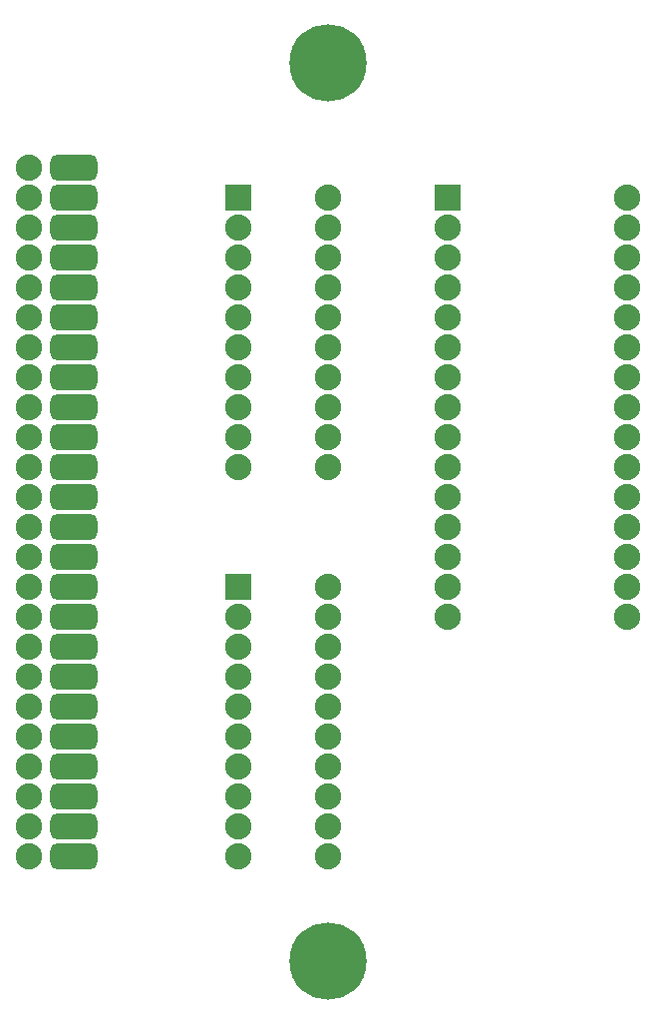
<source format=gts>
G04*
G04 #@! TF.GenerationSoftware,Altium Limited,Altium Designer,22.4.2 (48)*
G04*
G04 Layer_Color=8388736*
%FSLAX25Y25*%
%MOIN*%
G70*
G04*
G04 #@! TF.SameCoordinates,FA252268-3CD0-4EC3-B91A-E4F5567C5AF4*
G04*
G04*
G04 #@! TF.FilePolarity,Negative*
G04*
G01*
G75*
G04:AMPARAMS|DCode=11|XSize=158mil|YSize=88mil|CornerRadius=24mil|HoleSize=0mil|Usage=FLASHONLY|Rotation=0.000|XOffset=0mil|YOffset=0mil|HoleType=Round|Shape=RoundedRectangle|*
%AMROUNDEDRECTD11*
21,1,0.15800,0.04000,0,0,0.0*
21,1,0.11000,0.08800,0,0,0.0*
1,1,0.04800,0.05500,-0.02000*
1,1,0.04800,-0.05500,-0.02000*
1,1,0.04800,-0.05500,0.02000*
1,1,0.04800,0.05500,0.02000*
%
%ADD11ROUNDEDRECTD11*%
%ADD12C,0.08800*%
%ADD13C,0.25800*%
%ADD14R,0.08800X0.08800*%
D11*
X-85000Y45000D02*
D03*
Y135000D02*
D03*
Y55000D02*
D03*
Y65000D02*
D03*
Y75000D02*
D03*
Y85000D02*
D03*
Y145000D02*
D03*
Y95000D02*
D03*
Y105000D02*
D03*
Y115000D02*
D03*
Y125000D02*
D03*
Y35000D02*
D03*
Y155000D02*
D03*
Y245000D02*
D03*
Y225000D02*
D03*
Y205000D02*
D03*
Y185000D02*
D03*
Y165000D02*
D03*
Y255000D02*
D03*
Y235000D02*
D03*
Y195000D02*
D03*
Y175000D02*
D03*
Y215000D02*
D03*
Y265000D02*
D03*
D12*
X-100000Y125000D02*
D03*
Y115000D02*
D03*
Y105000D02*
D03*
Y95000D02*
D03*
Y175000D02*
D03*
Y195000D02*
D03*
Y215000D02*
D03*
Y235000D02*
D03*
Y255000D02*
D03*
Y145000D02*
D03*
Y165000D02*
D03*
Y35000D02*
D03*
Y85000D02*
D03*
Y75000D02*
D03*
Y65000D02*
D03*
Y55000D02*
D03*
Y265000D02*
D03*
Y185000D02*
D03*
Y205000D02*
D03*
Y225000D02*
D03*
Y245000D02*
D03*
Y135000D02*
D03*
Y155000D02*
D03*
Y45000D02*
D03*
X100000Y115000D02*
D03*
Y125000D02*
D03*
Y135000D02*
D03*
Y145000D02*
D03*
Y155000D02*
D03*
Y165000D02*
D03*
Y175000D02*
D03*
Y185000D02*
D03*
Y195000D02*
D03*
Y205000D02*
D03*
Y215000D02*
D03*
Y225000D02*
D03*
Y235000D02*
D03*
Y245000D02*
D03*
Y255000D02*
D03*
X40000Y115000D02*
D03*
Y125000D02*
D03*
Y135000D02*
D03*
Y145000D02*
D03*
Y155000D02*
D03*
Y165000D02*
D03*
Y175000D02*
D03*
Y185000D02*
D03*
Y195000D02*
D03*
Y205000D02*
D03*
Y215000D02*
D03*
Y225000D02*
D03*
Y235000D02*
D03*
Y245000D02*
D03*
X0Y165000D02*
D03*
Y175000D02*
D03*
Y185000D02*
D03*
Y195000D02*
D03*
Y205000D02*
D03*
Y215000D02*
D03*
Y225000D02*
D03*
Y235000D02*
D03*
Y245000D02*
D03*
Y255000D02*
D03*
X-30000Y165000D02*
D03*
Y175000D02*
D03*
Y185000D02*
D03*
Y195000D02*
D03*
Y205000D02*
D03*
Y215000D02*
D03*
Y225000D02*
D03*
Y235000D02*
D03*
Y245000D02*
D03*
Y115000D02*
D03*
Y105000D02*
D03*
Y95000D02*
D03*
Y85000D02*
D03*
Y75000D02*
D03*
Y65000D02*
D03*
Y55000D02*
D03*
Y45000D02*
D03*
Y35000D02*
D03*
X0Y125000D02*
D03*
Y115000D02*
D03*
Y105000D02*
D03*
Y95000D02*
D03*
Y85000D02*
D03*
Y75000D02*
D03*
Y65000D02*
D03*
Y55000D02*
D03*
Y45000D02*
D03*
Y35000D02*
D03*
D13*
Y300000D02*
D03*
Y0D02*
D03*
D14*
X40000Y255000D02*
D03*
X-30000D02*
D03*
Y125000D02*
D03*
M02*

</source>
